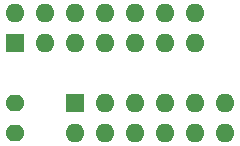
<source format=gts>
G04 #@! TF.GenerationSoftware,KiCad,Pcbnew,7.0.1*
G04 #@! TF.CreationDate,2023-11-13T07:35:08+09:00*
G04 #@! TF.ProjectId,Pmod_Adapter_Ethernet,506d6f64-5f41-4646-9170-7465725f4574,rev?*
G04 #@! TF.SameCoordinates,Original*
G04 #@! TF.FileFunction,Soldermask,Top*
G04 #@! TF.FilePolarity,Negative*
%FSLAX46Y46*%
G04 Gerber Fmt 4.6, Leading zero omitted, Abs format (unit mm)*
G04 Created by KiCad (PCBNEW 7.0.1) date 2023-11-13 07:35:08*
%MOMM*%
%LPD*%
G01*
G04 APERTURE LIST*
%ADD10O,1.600000X1.400000*%
%ADD11R,1.600000X1.600000*%
%ADD12O,1.600000X1.600000*%
G04 APERTURE END LIST*
D10*
G04 #@! TO.C,J3*
X-5080000Y0D03*
X-5080000Y-2540000D03*
G04 #@! TD*
D11*
G04 #@! TO.C,J2*
X-5080000Y5080000D03*
D12*
X-2540000Y5080000D03*
X0Y5080000D03*
X2540000Y5080000D03*
X5080000Y5080000D03*
X7620000Y5080000D03*
X10160000Y5080000D03*
X-5080000Y7620000D03*
X-2540000Y7620000D03*
X0Y7620000D03*
X2540000Y7620000D03*
X5080000Y7620000D03*
X7620000Y7620000D03*
X10160000Y7620000D03*
G04 #@! TD*
D11*
G04 #@! TO.C,J1*
X0Y0D03*
D12*
X2540000Y0D03*
X5080000Y0D03*
X7620000Y0D03*
X10160000Y0D03*
X12700000Y0D03*
X0Y-2540000D03*
X2540000Y-2540000D03*
X5080000Y-2540000D03*
X7620000Y-2540000D03*
X10160000Y-2540000D03*
X12700000Y-2540000D03*
G04 #@! TD*
M02*

</source>
